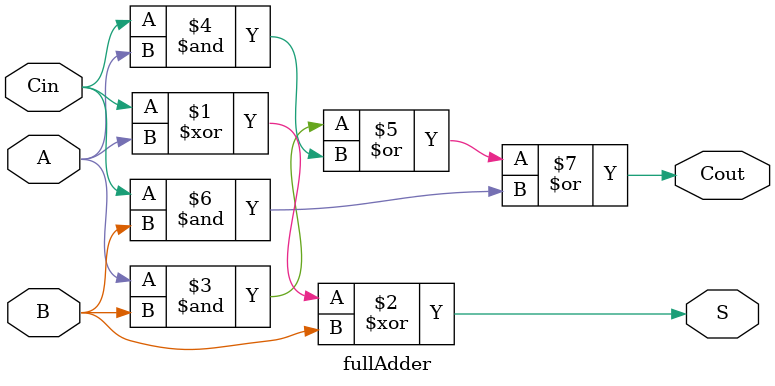
<source format=v>
module top(Cin, A, B, Cout, S);

// Verilog code goes here.
input Cin; 
input [7:0] A, B;

output [7:0] S; 
output Cout;

MEGAADDER u0(Cin, A, B, Cout, S);

endmodule

// Additional modules go here (if necessary).
module MEGAADDER (Cin, A, B, Cout, S);
input Cin; 
input [7:0] A, B;

output [7:0] S; 
output Cout;

wire w0, w1, w2, w3, w4, w5, w6;
fullAdder u0(.Cin(Cin), .A(A[0]), .B(B[0]), .Cout(w0), .S(S[0]));
fullAdder u1(.Cin(w0), .A(A[1]), .B(B[1]), .Cout(w1), .S(S[1]));
fullAdder u2(.Cin(w1), .A(A[2]), .B(B[2]), .Cout(w2), .S(S[2]));
fullAdder u3(.Cin(w2), .A(A[3]), .B(B[3]), .Cout(w3), .S(S[3]));
fullAdder u4(.Cin(w3), .A(A[4]), .B(B[4]), .Cout(w4), .S(S[4]));
fullAdder u5(.Cin(w4), .A(A[5]), .B(B[5]), .Cout(w5), .S(S[5]));
fullAdder u6(.Cin(w5), .A(A[6]), .B(B[6]), .Cout(w6), .S(S[6]));
fullAdder u7(.Cin(w6), .A(A[7]), .B(B[7]), .Cout(Cout), .S(S[7]));

endmodule

module fullAdder (Cin, A, B, Cout, S);
input Cin; //Carry in
input A, B; // Inputs A and B respectively

output Cout;
output S;
//Assignment gates
assign S = Cin ^ A ^ B; //Sum - Learned that ^ is xor.
assign Cout = A & B | Cin & A | Cin & B; //Cout

endmodule

</source>
